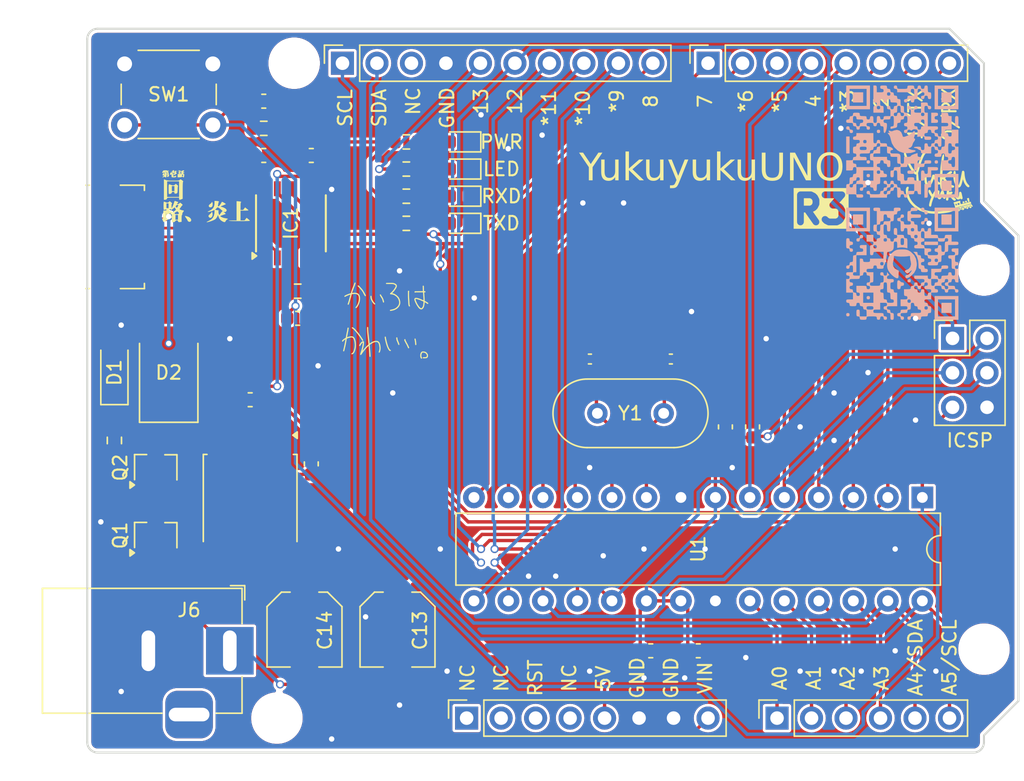
<source format=kicad_pcb>
(kicad_pcb (version 20240108) (generator "pcbnew") (generator_version "8.0")
  (title_block (date "mar. 31 mars 2015"))
  (layers (0 "F.Cu" signal) (31 "B.Cu" signal) (34 "B.Paste" user) (35 "F.Paste" user) (36 "B.SilkS" user "B.Silkscreen") (37 "F.SilkS" user "F.Silkscreen") (38 "B.Mask" user) (39 "F.Mask" user) (44 "Edge.Cuts" user))
  (net 0 "")
  (net 1 "GND")
  (net 3 "+5V")
  (net 4 "/IOREF")
  (net 5 "/A0")
  (net 6 "/A1")
  (net 7 "/A2")
  (net 8 "/A3")
  (net 9 "/SDA{slash}A4")
  (net 10 "/SCL{slash}A5")
  (net 11 "/13")
  (net 12 "/12")
  (net 13 "/AREF")
  (net 14 "/8")
  (net 15 "/7")
  (net 16 "/*11")
  (net 17 "/*10")
  (net 18 "/*9")
  (net 19 "/4")
  (net 20 "/2")
  (net 21 "/*6")
  (net 22 "/*5")
  (net 23 "/TX{slash}1")
  (net 24 "/*3")
  (net 25 "/RX{slash}0")
  (net 26 "+3V3")
  (net 27 "VCC")
  (net 28 "/~{RESET}")
  (net 29 "Net-(D6-A)")
  (net 30 "Net-(D5-A)")
  (net 31 "Net-(D4-A)")
  (net 32 "/Reset")
  (net 33 "Net-(D3-A)")
  (net 34 "Net-(D1-K)")
  (net 35 "/~{DTR}")
  (net 36 "Net-(Q2-S)")
  (net 38 "/UD+")
  (net 39 "Net-(IC1-V3)")
  (net 41 "/UD-")
  (net 42 "/XTAL1")
  (net 43 "/XTAL2")
  (net 44 "Net-(Q1-D)")
  (net 45 "VBUS")
  (footprint "Connector_PinSocket_2.54mm:PinSocket_1x08_P2.54mm_Vertical" (layer "F.Cu") (at 127.94 97.46 90)
    (property "Reference" "J1" (hide yes))
    (property "Value" "Power")
  )
  (footprint "Connector_PinSocket_2.54mm:PinSocket_1x06_P2.54mm_Vertical" (layer "F.Cu") (at 150.8 97.46 90)
    (property "Reference" "J3" (hide yes))
    (property "Value" "Analog")
  )
  (footprint "Connector_PinSocket_2.54mm:PinSocket_1x10_P2.54mm_Vertical" (layer "F.Cu") (at 118.796 49.2 90)
    (property "Reference" "J2" (hide yes))
    (property "Value" "Digital/PWM")
  )
  (footprint "Connector_PinSocket_2.54mm:PinSocket_1x08_P2.54mm_Vertical" (layer "F.Cu") (at 145.72 49.2 90)
    (property "Reference" "J4" (hide yes))
    (property "Value" "Digital/PWM")
  )
  (footprint "Resistor_SMD:R_0603_1608Metric" (layer "F.Cu") (at 123.5 61)
    (property "Reference" "R5" (hide yes))
    (property "Value" "1k" (hide yes))
  )
  (footprint "Connector_USB:USB_Micro-B_Molex_47346-0001" (layer "F.Cu") (at 102.5 62 -90)
    (property "Reference" "J5" (hide yes))
    (property "Value" "USB_B_Micro")
  )
  (footprint "Resistor_SMD:R_0603_1608Metric" (layer "F.Cu") (at 113 54 180)
    (property "Reference" "R8" (hide yes))
    (property "Value" "10k")
  )
  (footprint "Resistor_SMD:R_0603_1608Metric" (layer "F.Cu") (at 102 77 -90)
    (property "Reference" "R1" (hide yes))
    (property "Value" "10k")
  )
  (footprint "Logo:Kairohakawaii" (layer "F.Cu") (at 122 68)
    (property "Reference" "G***" (hide yes))
    (property "Value" "LOGO" (hide yes))
  )
  (footprint "Capacitor_SMD:C_Elec_5x5.4" (layer "F.Cu") (at 122.85 90.9375 -90)
    (property "Reference" "C13")
    (property "Value" "10uF")
  )
  (footprint "Capacitor_SMD:C_0603_1608Metric" (layer "F.Cu") (at 141.5 92.5)
    (property "Reference" "C7" (hide yes))
    (property "Value" "0.1uF")
  )
  (footprint "LED_SMD:LED_0603_1608Metric" (layer "F.Cu") (at 127.5 61 180)
    (property "Reference" "D6" (hide yes))
    (property "Value" "LED" (hide yes))
  )
  (footprint "Connector_BarrelJack:BarrelJack_Horizontal" (layer "F.Cu") (at 110.5 92.5)
    (property "Reference" "J6")
    (property "Value" "Barrel_Jack_Switch")
  )
  (footprint "Resistor_SMD:R_0603_1608Metric" (layer "F.Cu") (at 123.5 55)
    (property "Reference" "R2" (hide yes))
    (property "Value" "10k" (hide yes))
  )
  (footprint "Package_SO:SSOP-10_3.9x4.9mm_P1.00mm" (layer "F.Cu") (at 115 61 90)
    (property "Reference" "IC1")
    (property "Value" "~")
  )
  (footprint "LED_SMD:LED_0603_1608Metric" (layer "F.Cu") (at 127.5 55 180)
    (property "Reference" "D3" (hide yes))
    (property "Value" "LED" (hide yes))
  )
  (footprint "Diode_SMD:D_SOD-123" (layer "F.Cu") (at 102 72 90)
    (property "Reference" "D1")
    (property "Value" "1N4148W")
  )
  (footprint "Capacitor_SMD:C_0603_1608Metric" (layer "F.Cu") (at 116.5 78.725 90)
    (property "Reference" "C4" (hide yes))
    (property "Value" "22uF")
  )
  (footprint "Diode_SMD:D_SMB" (layer "F.Cu") (at 106 72 90)
    (property "Reference" "D2")
    (property "Value" "SK54")
  )
  (footprint "Capacitor_SMD:C_Elec_5x5.4" (layer "F.Cu") (at 116 90.9375 -90)
    (property "Reference" "C14")
    (property "Value" "10uF")
  )
  (footprint "Capacitor_SMD:C_0402_1005Metric" (layer "F.Cu") (at 142.98 71)
    (property "Reference" "C8" (hide yes))
    (property "Value" "18pF")
  )
  (footprint "Package_TO_SOT_SMD:TSOT-23" (layer "F.Cu") (at 105.025 84 90)
    (property "Reference" "Q1")
    (property "Value" "AO3401A")
  )
  (footprint "Capacitor_SMD:C_0603_1608Metric" (layer "F.Cu") (at 149 76 90)
    (property "Reference" "C5" (hide yes))
    (property "Value" "10uF")
  )
  (footprint "Arduino_MountingHole:MountingHole_3.2mm" (layer "F.Cu") (at 115.24 49.2)
    (property "Reference" "MH1" (hide yes))
    (property "Value" "MountingHole_3.2mm" (hide yes))
  )
  (footprint "Package_TO_SOT_SMD:TO-252-2" (layer "F.Cu") (at 111.9975 81.34 -90)
    (property "Reference" "U2" (hide yes))
    (property "Value" "AZ1117-5.0")
  )
  (footprint "Logo:Yukuyuku" (layer "F.Cu") (at 162.5 57.5)
    (property "Reference" "G***" (hide yes))
    (property "Value" "LOGO" (hide yes))
  )
  (footprint "Capacitor_SMD:C_0603_1608Metric" (layer "F.Cu") (at 116.5 56 180)
    (property "Reference" "C1" (hide yes))
    (property "Value" "0.1uF")
  )
  (footprint "Capacitor_SMD:C_0603_1608Metric" (layer "F.Cu") (at 112 74)
    (property "Reference" "C3" (hide yes))
    (property "Value" "10uF")
  )
  (footprint "LED_SMD:LED_0603_1608Metric" (layer "F.Cu") (at 127.5 59 180)
    (property "Reference" "D5" (hide yes))
    (property "Value" "LED" (hide yes))
  )
  (footprint "Capacitor_SMD:C_0603_1608Metric" (layer "F.Cu") (at 145 92.5)
    (property "Reference" "C6" (hide yes))
    (property "Value" "0.1uF")
  )
  (footprint "LED_SMD:LED_0603_1608Metric" (layer "F.Cu") (at 127.5 57 180)
    (property "Reference" "D4" (hide yes))
    (property "Value" "LED" (hide yes))
  )
  (footprint "Package_TO_SOT_SMD:TSOT-23" (layer "F.Cu") (at 105.025 79 90)
    (property "Reference" "Q2")
    (property "Value" "AO3401A")
  )
  (footprint "Capacitor_SMD:C_0603_1608Metric" (layer "F.Cu") (at 113 52)
    (property "Reference" "C10" (hide yes))
    (property "Value" "0.1uF")
  )
  (footprint "Capacitor_SMD:C_0603_1608Metric" (layer "F.Cu") (at 147 76 90)
    (property "Reference" "C12" (hide yes))
    (property "Value" "0.1uF")
  )
  (footprint "Capacitor_SMD:C_0603_1608Metric" (layer "F.Cu") (at 115.5 68 180)
    (property "Reference" "C11" (hide yes))
    (property "Value" "0.1uF")
  )
  (footprint "Package_DIP:DIP-28_W7.62mm" (layer "F.Cu") (at 161.5 81.2 -90)
    (property "Reference" "U1")
    (property "Value" "ATmega328P-P")
  )
  (footprint "Button_Switch_THT:SW_PUSH_6mm" (layer "F.Cu") (at 102.75 49.25)
    (property "Reference" "SW1")
    (property "Value" "SW_Push")
  )
  (footprint "Resistor_SMD:R_0603_1608Metric" (layer "F.Cu") (at 123.5 57)
    (property "Reference" "R3" (hide yes))
    (property "Value" "10k" (hide yes))
  )
  (footprint "Capacitor_SMD:C_0603_1608Metric" (layer "F.Cu") (at 113 56)
    (property "Reference" "C2" (hide yes))
    (property "Value" "0.1uF")
  )
  (footprint "Resistor_SMD:R_0603_1608Metric" (layer "F.Cu") (at 115.5 66 180)
    (property "Reference" "R9" (hide yes))
    (property "Value" "1k")
  )
  (footprint "Crystal:Crystal_HC49-4H_Vertical" (layer "F.Cu") (at 142.45 75 180)
    (property "Reference" "Y1")
    (property "Value" "16MHz")
  )
  (footprint "Arduino_MountingHole:MountingHole_3.2mm" (layer "F.Cu") (at 113.97 97.46)
    (property "Reference" "MH2" (hide yes))
    (property "Value" "MountingHole_3.2mm" (hide yes))
  )
  (footprint "Logo:Kairo_Enzyou" (layer "F.Cu") (at 109 59)
    (property "Reference" "G***" (hide yes))
    (property "Value" "LOGO" (hide yes))
  )
  (footprint "Connector_PinHeader_2.54mm:PinHeader_2x03_P2.54mm_Vertical" (layer "F.Cu") (at 163.725 69.475)
    (property "Reference" "J7" (hide yes))
    (property "Value" "ICSP")
  )
  (footprint "Arduino_MountingHole:MountingHole_3.2mm" (layer "F.Cu") (at 166.04 64.44)
    (property "Reference" "MH3" (hide yes))
    (property "Value" "MountingHole_3.2mm" (hide yes))
  )
  (footprint "Arduino_MountingHole:MountingHole_3.2mm" (layer "F.Cu") (at 166.04 92.38)
    (property "Reference" "MH4" (hide yes))
    (property "Value" "MountingHole_3.2mm" (hide yes))
  )
  (footprint "Capacitor_SMD:C_0402_1005Metric" (layer "F.Cu") (at 137.02 71 180)
    (property "Reference" "C9" (hide yes))
    (property "Value" "18pF")
  )
  (footprint "Resistor_SMD:R_0603_1608Metric" (layer "F.Cu") (at 123.5 59)
    (property "Reference" "R4" (hide yes))
    (property "Value" "1k" (hide yes))
  )
  (footprint "Logo:QR_GitHub" (layer "B.Cu") (at 160 64 180)
    (property "Reference" "G***" (hide yes))
    (property "Value" "LOGO" (hide yes))
  )
  (footprint "Logo:QR_Twitter" (layer "B.Cu") (at 160 55 180)
    (property "Reference" "G***" (hide yes))
    (property "Value" "LOGO" (hide yes))
  )
  (gr_line (start 166.04 59.36) (end 168.58 61.9) (stroke (width 0.15)) (layer "Edge.Cuts"))
  (gr_line (start 100 99.238) (end 100 47.422) (stroke (width 0.15)) (layer "Edge.Cuts"))
  (gr_line (start 168.58 61.9) (end 168.58 96.19) (stroke (width 0.15)) (layer "Edge.Cuts"))
  (gr_line (start 165.278 100) (end 100.762 100) (stroke (width 0.15)) (layer "Edge.Cuts"))
  (gr_line (start 100.762 46.66) (end 163.5 46.66) (stroke (width 0.15)) (layer "Edge.Cuts"))
  (gr_arc (start 100.762 100) (mid 100.223185 99.776815) (end 100 99.238) (stroke (width 0.15)) (layer "Edge.Cuts"))
  (gr_line (start 168.58 96.19) (end 166.04 98.73) (stroke (width 0.15)) (layer "Edge.Cuts"))
  (gr_line (start 163.5 46.66) (end 166.04 49.2) (stroke (width 0.15)) (layer "Edge.Cuts"))
  (gr_arc (start 166.04 99.238) (mid 165.816815 99.776815) (end 165.278 100) (stroke (width 0.15)) (layer "Edge.Cuts"))
  (gr_line (start 166.04 49.2) (end 166.04 59.36) (stroke (width 0.15)) (layer "Edge.Cuts"))
  (gr_line (start 166.04 98.73) (end 166.04 99.238) (stroke (width 0.15)) (layer "Edge.Cuts"))
  (gr_arc (start 100 47.422) (mid 100.223185 46.883185) (end 100.762 46.66) (stroke (width 0.15)) (layer "Edge.Cuts"))
  (gr_text "GND" (at 143 94.5 90) (layer "F.SilkS") (effects (font (size 1 1))))
  (gr_text "A4/SDA" (at 161 93 90) (layer "F.SilkS") (effects (font (size 1 1))))
  (gr_text "GND" (at 140.5 94.5 90) (layer "F.SilkS") (effects (font (size 1 1))))
  (gr_text "12" (at 131.5 52 90) (layer "F.SilkS") (effects (font (size 1 1))))
  (gr_text "A1" (at 153.5 94.5 90) (layer "F.SilkS") (effects (font (size 1 1))))
  (gr_text "SDA" (at 121.5 52.5 90) (layer "F.SilkS") (effects (font (size 1 1))))
  (gr_text "R3" (at 154 60 0) (layer "F.SilkS" knockout) (effects (font (size 2 2) (thickness 0.5) (bold yes))))
  (gr_text "7" (at 145.5 52 90) (layer "F.SilkS") (effects (font (size 1 1))))
  (gr_text "NC" (at 128 94.5 90) (layer "F.SilkS") (effects (font (size 1 1))))
  (gr_text "YukuyukuUNO" (at 146 57 0) (layer "F.SilkS") (effects (font (size 2 2))))
  (gr_text "NC" (at 135.5 94.5 90) (layer "F.SilkS") (effects (font (size 1 1))))
  (gr_text "LED" (at 130.5 57 0) (layer "F.SilkS") (effects (font (size 1 1))))
  (gr_text "*5" (at 151 52 90) (layer "F.SilkS") (effects (font (size 1 1))))
  (gr_text "2" (at 158.5 52 90) (layer "F.SilkS") (effects (font (size 1 1))))
  (gr_text "GND" (at 126.5 52.5 90) (layer "F.SilkS") (effects (font (size 1 1))))
  (gr_text "1/TX" (at 161 53 90) (layer "F.SilkS") (effects (font (size 1 1))))
  (gr_text "A5/SCL" (at 163.5 93 90) (layer "F.SilkS") (effects (font (size 1 1))))
  (gr_text "*3" (at 156 52 90) (layer "F.SilkS") (effects (font (size 1 1))))
  (gr_text "5V" (at 138 94.5 90) (layer "F.SilkS") (effects (font (size 1 1))))
  (gr_text "4" (at 153.5 52 90) (layer "F.SilkS") (effects (font (size 1 1))))
  (gr_text "A3" (at 158.5 94.5 90) (layer "F.SilkS") (effects (font (size 1 1))))
  (gr_text "ICSP" (at 165 77 0) (layer "F.SilkS") (effects (font (size 1 1))))
  (gr_text "TXD" (at 130.5 61 0) (layer "F.SilkS") (effects (font (size 1 1))))
  (gr_text "13" (at 129 52 90) (layer "F.SilkS") (effects (font (size 1 1))))
  (gr_text "*11" (at 134 52.5 90) (layer "F.SilkS") (effects (font (size 1 1))))
  (gr_text "*10" (at 136.5 52.5 90) (layer "F.SilkS") (effects (font (size 1 1))))
  (gr_text "A0" (at 151 94.5 90) (layer "F.SilkS") (effects (font (size 1 1))))
  (gr_text "PWR" (at 130.5 55 0) (layer "F.SilkS") (effects (font (size 1 1))))
  (gr_text "RXD" (at 130.5 59 0) (layer "F.SilkS") (effects (font (size 1 1))))
  (gr_text "VIN" (at 145.5 94.5 90) (layer "F.SilkS") (effects (font (size 1 1))))
  (gr_text "A2" (at 156 94.5 90) (layer "F.SilkS") (effects (font (size 1 1))))
  (gr_text "NC" (at 130.5 94.5 90) (layer "F.SilkS") (effects (font (size 1 1))))
  (gr_text "SCL" (at 119 52.5 90) (layer "F.SilkS") (effects (font (size 1 1))))
  (gr_text "8" (at 141.5 52 90) (layer "F.SilkS") (effects (font (size 1 1))))
  (gr_text "*6" (at 148.5 52 90) (layer "F.SilkS") (effects (font (size 1 1))))
  (gr_text "0/RX" (at 163.5 53 90) (layer "F.SilkS") (effects (font (size 1 1))))
  (gr_text "NC" (at 124 52 90) (layer "F.SilkS") (effects (font (size 1 1))))
  (gr_text "RST" (at 133 94.5 90) (layer "F.SilkS") (effects (font (size 1 1))))
  (gr_text "*9" (at 139 52 90) (layer "F.SilkS") (effects (font (size 1 1))))
  (segment (start 102.188 59.5125) (end 101.3 58.625) (width 0.25) (layer "F.Cu") (net 1))
  (segment (start 128.288 54.0357) (end 128.288 51.0715) (width 0.25) (layer "F.Cu") (net 1))
  (segment (start 145.775 94.865) (end 143.18 97.46) (width 0.25) (layer "F.Cu") (net 1))
  (segment (start 116 93) (end 114 93) (width 0.25) (layer "F.Cu") (net 1))
  (segment (start 108.772 79.4049) (end 108.772 86.7725) (width 0.25) (layer "F.Cu") (net 1))
  (segment (start 115.928 77.95) (end 114.278 76.3) (width 0.25) (layer "F.Cu") (net 1))
  (segment (start 143.46 71.46) (end 143.46 71) (width 0.25) (layer "F.Cu") (net 1))
  (segment (start 103.875 59.5125) (end 105.361 59.5125) (width 0.25) (layer "F.Cu") (net 1))
  (segment (start 128.288 51.0715) (end 128.2022 50.9857) (width 0.25) (layer "F.Cu") (net 1))
  (segment (start 103.875 63.385) (end 103.96 63.3) (width 0.25) (layer "F.Cu") (net 1))
  (segment (start 140.64 97.46) (end 143.18 97.46) (width 0.25) (layer "F.Cu") (net 1))
  (segment (start 122.85 94.6277) (end 122.85 93) (width 0.25) (layer "F.Cu") (net 1))
  (segment (start 128.288 54.0357) (end 128.2875 54.0362) (width 0.25) (layer "F.Cu") (net 1))
  (segment (start 102 77.825) (end 102 90) (width 0.25) (layer "F.Cu") (net 1))
  (segment (start 101.3 50.7) (end 101.3 58.625) (width 0.25) (layer "F.Cu") (net 1))
  (segment (start 107 95) (end 104.5 92.5) (width 0.25) (layer "F.Cu") (net 1))
  (segment (start 142.44 85) (end 141 85) (width 0.25) (layer "F.Cu") (net 1))
  (segment (start 114.278 76.3) (end 114.2775 76.3) (width 0.25) (layer "F.Cu") (net 1))
  (segment (start 101.3 60.85) (end 101.3 63.55) (width 0.25) (layer "F.Cu") (net 1))
  (segment (start 112.975 55.2) (end 113 55.225) (width 0.25) (layer "F.Cu") (net 1))
  (segment (start 101.3 65.375) (end 101.375 65.375) (width 0.25) (layer "F.Cu") (net 1))
  (segment (start 113.775 56) (end 115.725 56) (width 0.25) (layer "F.Cu") (net 1))
  (segment (start 109.674 55.2) (end 112.975 55.2) (width 0.25) (layer "F.Cu") (net 1))
  (segment (start 109.25 49.25) (end 111.025 49.25) (width 0.25) (layer "F.Cu") (net 1))
  (segment (start 111.877 76.3) (end 108.772 79.4049) (width 0.25) (layer "F.Cu") (net 1))
  (segment (start 113 55.225) (end 113.775 56) (width 0.25) (layer "F.Cu") (net 1))
  (segment (start 143.72 78.505) (end 147 75.225) (width 0.25) (layer "F.Cu") (net 1))
  (segment (start 136.865 70.365) (end 142.865 70.365) (width 0.25) (layer "F.Cu") (net 1))
  (segment (start 143.46 70.96) (end 143.46 71) (width 0.25) (layer "F.Cu") (net 1))
  (segment (start 116.5 77.95) (end 115.928 77.95) (width 0.25) (layer "F.Cu") (net 1))
  (segment (start 142.275 95.825) (end 141.4575 96.6425) (width 0.25) (layer "F.Cu") (net 1))
  (segment (start 116 93) (end 122.85 93) (width 0.25) (layer "F.Cu") (net 1))
  (segment (start 112.575 94.425) (end 112 95) (width 0.25) (layer "F.Cu") (net 1))
  (segment (start 128.2022 50.9857) (end 128.2022 50.9858) (width 0.25) (layer "F.Cu") (net 1))
  (segment (start 113 52.775) (end 113 55.225) (width 0.25) (layer "F.Cu") (net 1))
  (segment (start 136.54 70.69) (end 136.865 70.365) (width 0.25) (layer "F.Cu") (net 1))
  (segment (start 145.775 92.5) (end 145.775 94.865) (width 0.25) (layer "F.Cu") (net 1))
  (segment (start 109.25 49.25) (end 102.75 49.25) (width 0.25) (layer "F.Cu") (net 1))
  (segment (start 101.3 63.55) (end 101.3 65.375) (width 0.25) (layer "F.Cu") (net 1))
  (segment (start 126.859 98.6367) (end 122.85 94.6277) (width 0.25) (layer "F.Cu") (net 1))
  (segment (start 101.3 58.625) (end 101.3 60.85) (width 0.25) (layer "F.Cu") (net 1))
  (segment (start 145.775 92.5) (end 145.775 89.305) (width 0.25) (layer "F.Cu") (net 1))
  (segment (start 111.025 49.25) (end 113.775 52) (width 0.25) (layer "F.Cu") (net 1))
  (segment (start 114.2775 76.3) (end 111.877 76.3) (width 0.25) (layer "F.Cu") (net 1))
  (segment (start 147 75.225) (end 147 75) (width 0.25) (layer "F.Cu") (net 1))
  (segment (start 101.075 76.9) (end 101.075 65.6) (width 0.25) (layer "F.Cu") (net 1))
  (segment (start 114.1257 51.6493) (end 113.775 52) (width 0.25) (layer "F.Cu") (net 1))
  (segment (start 102 90) (end 104.5 92.5) (width 0.25) (layer "F.Cu") (net 1))
  (segment (start 112.775 74) (end 112.775 74.7975) (width 0.25) (layer "F.Cu") (net 1))
  (segment (start 128.2875 54.0362) (end 128.2875 55) (width 0.25) (layer "F.Cu") (net 1))
  (segment (start 126.859 98.6367) (end 139.4633 98.6367) (width 0.25) (layer "F.Cu") (net 1))
  (segment (start 128.2875 55) (end 128.2875 57) (width 0.25) (layer "F.Cu") (net 1))
  (segment (start 101.075 65.6) (end 101.3 65.375) (width 0.25) (layer "F.Cu") (net 1))
  (segment (start 117.9524 51.6493) (end 114.1257 51.6493) (width 0.25) (layer "F.Cu") (net 1))
  (segment (start 112.575 90.575) (end 112.575 94.425) (width 0.25) (layer "F.Cu") (net 1))
  (segment (start 145.775 89.305) (end 146.26 88.82) (width 0.25) (layer "F.Cu") (net 1))
  (segment (start 149 75.225) (end 147 75.225) (width 0.25) (layer "F.Cu") (net 1))
  (segment (start 136.54 71) (end 136.54 70.69) (width 0.25) (layer "F.Cu") (net 1))
  (segment (start 146.26 88.82) (end 142.44 85) (width 0.25) (layer "F.Cu") (net 1))
  (segment (start 139.4633 98.6367) (end 140.64 97.46) (width 0.25) (layer "F.Cu") (net 1))
  (segment (start 102 77.825) (end 101.075 76.9) (width 0.25) (layer "F.Cu") (net 1))
  (segment (start 141.4575 96.6425) (end 140.64 97.46) (width 0.25) (layer "F.Cu") (net 1))
  (segment (start 128.288 57) (end 128.288 54.0357) (width 0.25) (layer "F.Cu") (net 1))
  (segment (start 147 75) (end 143.46 71.46) (width 0.25) (layer "F.Cu") (net 1))
  (segment (start 118.4765 51.1252) (end 117.9524 51.6493) (width 0.25) (layer "F.Cu") (net 1))
  (segment (start 103.875 64.4875) (end 103.875 63.385) (width 0.25) (layer "F.Cu") (net 1))
  (segment (start 108.772 86.7725) (end 112.575 90.575) (width 0.25) (layer "F.Cu") (net 1))
  (segment (start 101.375 65.375) (end 102.262 64.4875) (width 0.25) (layer "F.Cu") (net 1))
  (segment (start 143.72 81.2) (end 143.72 78.505) (width 0.25) (layer "F.Cu") (net 1))
  (segment (start 105.361 59.5125) (end 109.674 55.2) (width 0.25) (layer "F.Cu") (net 1))
  (segment (start 114.675 63.875) (end 115 63.55) (width 0.25) (layer "F.Cu") (net 1))
  (segment (start 113 55.225) (end 113.775 56) (width 0.25) (layer "F.Cu") (net 1))
  (segment (start 114.675 66) (end 114.675 63.875) (width 0.25) (layer "F.Cu") (net 1))
  (segment (start 114 93) (end 112.575 94.425) (width 0.25) (layer "F.Cu") (net 1))
  (segment (start 103.875 59.5125) (end 102.188 59.5125) (width 0.25) (layer "F.Cu") (net 1))
  (segment (start 114.675 66) (end 105.388 66) (width 0.25) (layer "F.Cu") (net 1))
  (segment (start 142.865 70.365) (end 143.46 70.96) (width 0.25) (layer "F.Cu") (net 1))
  (segment (start 105.388 66) (end 103.875 64.4875) (width 0.25) (layer "F.Cu") (net 1))
  (segment (start 102.262 64.4875) (end 103.875 64.4875) (width 0.25) (layer "F.Cu") (net 1))
  (segment (start 128.0628 51.1252) (end 118.4765 51.1252) (width 0.25) (layer "F.Cu") (net 1))
  (segment (start 113.775 52) (end 113 52.775) (width 0.25) (layer "F.Cu") (net 1))
  (segment (start 112 95) (end 107 95) (width 0.25) (layer "F.Cu") (net 1))
  (segment (start 142.275 92.5) (end 142.275 95.825) (width 0.25) (layer "F.Cu") (net 1))
  (segment (start 112.775 74.7975) (end 114.278 76.3) (width 0.25) (layer "F.Cu") (net 1))
  (segment (start 102.75 49.25) (end 101.3 50.7) (width 0.25) (layer "F.Cu") (net 1))
  (segment (start 128.2022 50.9858) (end 128.0628 51.1252) (width 0.25) (layer "F.Cu") (net 1))
  (segment (start 128.2022 50.9857) (end 126.416 49.2) (width 0.25) (layer "F.Cu") (net 1))
  (via (at 157.5 58) (size 0.6) (drill 0.4) (layers "F.Cu" "B.Cu") (net 1))
  (via (at 120.5 90) (size 0.6) (drill 0.4) (layers "F.Cu" "B.Cu") (net 1))
  (via (at 141 85) (size 0.6) (drill 0.4) (layers "F.Cu" "B.Cu") (net 1))
  (via (at 136.5 59.5) (size 0.6) (drill 0.4) (layers "F.Cu" "B.Cu") (net 1))
  (via (at 152.5 94) (size 0.6) (drill 0.4) (layers "F.Cu" "B.Cu") (net 1))
  (via (at 155 94) (size 0.6) (drill 0.4) (layers "F.Cu" "B.Cu") (net 1))
  (via (at 129 53) (size 0.6) (drill 0.4) (layers "F.Cu" "B.Cu") (net 1))
  (via (at 157 94) (size 0.6) (drill 0.4) (layers "F.Cu" "B.Cu") (net 1))
  (via (at 144.5 67.5) (size 0.6) (drill 0.4) (layers "F.Cu" "B.Cu") (net 1))
  (via (at 131 55.5) (size 0.6) (drill 0.4) (layers "F.Cu" "B.Cu") (net 1))
  (via (at 102.5 68.5) (size 0.6) (drill 0.4) (layers "F.Cu" "B.Cu") (net 1))
  (via (at 128.5 66.5) (size 0.6) (drill 0.4) (layers "F.Cu" "B.Cu") (net 1))
  (via (at 139.5 59.5) (size 0.6) (drill 0.4) (layers "F.Cu" "B.Cu") (net 1))
  (via (at 126.5 94) (size 0.6) (drill 0.4) (layers "F.Cu" "B.Cu") (net 1))
  (via (at 123 64.5) (size 0.6) (drill 0.4) (layers "F.Cu" "B.Cu") (net 1))
  (via (at 132.5 87) (size 0.6) (drill 0.4) (layers "F.Cu" "B.Cu") (net 1))
  (via (at 152.5 76) (size 0.6) (drill 0.4) (layers "F.Cu" "B.Cu") (net 1))
  (via (at 157.5 72) (size 0.6) (drill 0.4) (layers "F.Cu" "B.Cu") (net 1))
  (via (at 133.5 54.5) (size 0.6) (drill 0.4) (layers "F.Cu" "B.Cu") (net 1))
  (via (at 134.5 87) (size 0.6) (drill 0.4) (layers "F.Cu" "B.Cu") (net 1))
  (via (at 118 58.5) (size 0.6) (drill 0.4) (layers "F.Cu" "B.Cu") (net 1))
  (via (at 118 99) (size 0.6) (drill 0.4) (layers "F.Cu" "B.Cu") (net 1))
  (via (at 101 83) (size 0.6) (drill 0.4) (layers "F.Cu" "B.Cu") (net 1))
  (via (at 144 94.5) (size 0.6) (drill 0.4) (layers "F.Cu" "B.Cu") (net 1))
  (via (at 162.5 94) (size 0.6) (drill 0.4) (layers "F.Cu" "B.Cu") (net 1))
  (via (at 118.5 85) (size 0.6) (drill 0.4) (layers "F.Cu" "B.Cu") (net 1))
  (via (at 102.5 95.5) (size 0.6) (drill 0.4) (layers "F.Cu" "B.Cu") (net 1))
  (via (at 147.5 79) (size 0.6) (drill 0.4) (layers "F.Cu" "B.Cu") (net 1))
  (via (at 141 94.5) (size 0.6) (drill 0.4) (layers "F.Cu" "B.Cu") (net 1))
  (via (at 137 94) (size 0.6) (drill 0.4) (layers "F.Cu" "B.Cu") (net 1))
  (via (at 162 61) (size 0.6) (drill 0.4) (layers "F.Cu" "B.Cu") (net 1))
  (via (at 161 68) (size 0.6) (drill 0.4) (layers "F.Cu" "B.Cu") (net 1))
  (via (at 155 77) (size 0.6) (drill 0.4) (layers "F.Cu" "B.Cu") (net 1))
  (via (at 155.5 54) (size 0.6) (drill 0.4) (layers "F.Cu" "B.Cu") (net 1))
  (via (at 123 96.5) (size 0.6) (drill 0.4) (layers "F.Cu" "B.Cu") (net 1))
  (via (at 159.5 85) (size 0.6) (drill 0.4) (layers "F.Cu" "B.Cu") (net 1))
  (via (at 150 69.5) (size 0.6) (drill 0.4) (layers "F.Cu" "B.Cu") (net 1))
  (via (at 155 73.5) (size 0.6) (drill 0.4) (layers "F.Cu" "B.Cu") (net 1))
  (via (at 126 85) (size 0.6) (drill 0.4) (layers "F.Cu" "B.Cu") (net 1))
  (via (at 137 79) (size 0.6) (drill 0.4) (layers "F.Cu" "B.Cu") (net 1))
  (via (at 110.5 69.5) (size 0.6) (drill 0.4) (layers "F.Cu" "B.Cu") (net 1))
  (via (at 122.5 73.5) (size 0.6) (drill 0.4) (layers "F.Cu" "B.Cu") (net 1))
  (via (at 117 71.5) (size 0.6) (drill 0.4) (layers "F.Cu" "B.Cu") (net 1))
  (via (at 148.5 93) (size 0.6) (drill 0.4) (layers "F.Cu" "B.Cu") (net 1))
  (via (at 161 75.5) (size 0.6) (drill 0.4) (layers "F.Cu" "B.Cu") (net 1))
  (via (at 145.5 85) (size 0.6) (drill 0.4) (layers "F.Cu" "B.Cu") (net 1))
  (via (at 138 85.5) (size 0.6) (drill 0.4) (layers "F.Cu" "B.Cu") (net 1))
  (via (at 159.5 92.5) (size 0.6) (drill 0.4) (layers "F.Cu" "B.Cu") (net 1))
  (segment (start 162.135 94.365) (end 162.5 94) (width 0.25) (layer "B.Cu") (net 1))
  (segment (start 162.5 94) (end 162.135 93.635) (width 0.25) (layer "B.Cu") (net 1))
  (segment (start 166.265 88.735) (end 166.265 74.555) (width 0.25) (layer "B.Cu") (net 1))
  (segment (start 142.279 99.099) (end 160.982701 99.099) (width 0.25) (layer "B.Cu") (net 1))
  (segment (start 141 83.92) (end 143.72 81.2) (width 0.25) (layer "B.Cu") (net 1))
  (segment (start 160.982701 99.099) (end 162.135 97.946701) (width 0.25) (layer "B.Cu") (net 1))
  (segment (start 162.135 97.946701) (end 162.135 94.365) (width 0.25) (layer "B.Cu") (net 1))
  (segment (start 162.135 93.635) (end 162.135 92.865) (width 0.25) (layer "B.Cu") (net 1))
  (segment (start 141 85) (end 141 83.92) (width 0.25) (layer "B.Cu") (net 1))
  (segment (start 162.135 92.865) (end 166.265 88.735) (width 0.25) (layer "B.Cu") (net 1))
  (segment (start 140.64 97.46) (end 142.279 99.099) (width 0.25) (layer "B.Cu") (net 1))
  (segment (start 122.675 59) (end 122.675 61) (width 0.25) (layer "F.Cu") (net 3))
  (segment (start 115.098 79.5) (end 116.5 79.5) (width 0.25) (layer "F.Cu") (net 3))
  (segment (start 106.95 73.2) (end 113.234 73.2) (width 0.25) (layer "F.Cu") (net 3))
  (segment (start 113.548 81.05) (end 113.5475 81.05) (width 0.25) (layer "F.Cu") (net 3))
  (segment (start 117.275 56) (end 117.5 56) (width 0.25) (layer "F.Cu") (net 3))
  (segment (start 111.9975 84.275) (end 113.5225 84.275) (width 0.25) (layer "F.Cu") (net 3))
  (segment (start 116 57.275) (end 117.275 56) (width 0.25) (layer "F.Cu") (net 3))
  (segment (start 120.875 58.375) (end 121.5 59) (width 0.25) (layer "F.Cu") (net 3))
  (segment (start 116 88.875) (end 122.85 88.875) (width 0.25) (layer "F.Cu") (net 3))
  (segment (start 138.1 97.46) (end 138.1 95.125) (width 0.25) (layer "F.Cu") (net 3))
  (segment (start 122.275 55) (end 120.875 56.4) (width 0.25) (layer "F.Cu") (net 3))
  (segment (start 116 88.875) (end 116 86.6025) (width 0.25) (layer "F.Cu") (net 3))
  (segment (start 114.1725 80.275) (end 113.5225 80.925) (width 0.25) (layer "F.Cu") (net 3))
  (segment (start 110.4725 80.925) (end 113.5225 80.925) (width 0.25) (layer "F.Cu") (net 3))
  (segment (start 117.5 56) (end 118.5 55) (width 0.25) (layer "F.Cu") (net 3))
  (segment (start 111.9975 84.275) (end 111.9975 82.6) (width 0.25) (layer "F.Cu") (net 3))
  (segment (start 116 57.5375) (end 116 57.275) (width 0.25) (layer "F.Cu") (net 3))
  (segment (start 146.26 77.515) (end 147 76.775) (width 0.25) (layer "F.Cu") (net 3))
  (segment (start 117.3 78.7) (end 116.5 79.5) (width 0.25) (layer "F.Cu") (net 3))
  (segment (start 120.875 56.4) (end 120.875 58.375) (width 0.25) (layer "F.Cu") (net 3))
  (segment (start 116 86.6025) (end 111.9975 82.6) (width 0.25) (layer "F.Cu") (net 3))
  (segment (start 116 57.5375) (end 114.1636 57.5375) (width 0.25) (layer "F.Cu") (net 3))
  (segment (start 146.26 81.2) (end 146.26 77.515) (width 0.25) (layer "F.Cu") (net 3))
  (segment (start 111.998 82.6) (end 113.548 81.05) (width 0.25) (layer "F.Cu") (net 3))
  (segment (start 129.5 92.5) (end 140.725 92.5) (width 0.25) (layer "F.Cu") (net 3))
  (segment (start 144.225 92.5) (end 144.225 89.325) (width 0.25) (layer "F.Cu") (net 3))
  (segment (start 115.275 54) (end 117.275 56) (width 0.25) (layer "F.Cu") (net 3))
  (segment (start 113.234 73.2) (end 117.3 77.2659) (width 0.25) (layer "F.Cu") (net 3))
  (segment (start 122.675 55) (end 122.275 55) (width 0.25) (layer "F.Cu") (net 3))
  (segment (start 106 74.15) (end 106.95 73.2) (width 0.25) (layer "F.Cu") (net 3))
  (segment (start 140.725 89.275) (end 141.18 88.82) (width 0.25) (layer "F.Cu") (net 3))
  (segment (start 113.234 73.2) (end 113.4269 73.0071) (width 0.25) (layer "F.Cu") (net 3))
  (segment (start 144.225 89.325) (end 143.72 88.82) (width 0.25) (layer "F.Cu") (net 3))
  (segment (start 117.3 77.2659) (end 117.3 78.7) (width 0.25) (layer "F.Cu") (net 3))
  (segment (start 121.5 59) (end 122.675 59) (width 0.25) (layer "F.Cu") (net 3))
  (segment (start 113.4269 73.0071) (end 113.9888 73.0071) (width 0.25) (layer "F.Cu") (net 3))
  (segment (start 141.18 88.82) (end 143.72 88.82) (width 0.25) (layer "F.Cu") (net 3))
  (segment (start 118.5 55) (end 122.275 55) (width 0.25) (layer "F.Cu") (net 3))
  (segment (start 113.5475 81.05) (end 111.9975 82.6) (width 0.25) (layer "F.Cu") (net 3))
  (segment (start 138.1 95.125) (end 140.725 92.5) (width 0.25) (layer "F.Cu") (net 3))
  (segment (start 113.825 54) (end 115.275 54) (width 0.25) (layer "F.Cu") (net 3))
  (segment (start 114.323 80.275) (end 114.1725 80.275) (width 0.25) (layer "F.Cu") (net 3))
  (segment (start 116 58.45) (end 116 57.5375) (width 0.25) (layer "F.Cu") (net 3))
  (segment (start 149.0763 76.6987) (end 149 76.775) (width 0.25) (layer "F.Cu") (net 3))
  (segment (start 122.275 55) (end 122.675 55) (width 0.25) (layer "F.Cu") (net 3))
  (segment (start 150.1072 76.6987) (end 149.0763 76.6987) (width 0.25) (layer "F.Cu") (net 3))
  (segment (start 114.323 80.275) (end 115.098 79.5) (width 0.25) (layer "F.Cu") (net 3))
  (segment (start 116.5 79.5) (end 129.5 92.5) (width 0.25) (layer "F.Cu") (net 3))
  (segment (start 140.725 92.5) (end 140.725 89.275) (width 0.25) (layer "F.Cu") (net 3))
  (segment (start 147 76.775) (end 149 76.775) (width 0.25) (layer "F.Cu") (net 3))
  (segment (start 110.4725 84.275) (end 111.9975 84.275) (width 0.25) (layer "F.Cu") (net 3))
  (segment (start 113.548 81.05) (end 114.323 80.275) (width 0.25) (layer "F.Cu") (net 3))
  (segment (start 114.1636 57.5375) (end 113.9888 57.3627) (width 0.25) (layer "F.Cu") (net 3))
  (via (at 113.9888 57.3627) (size 0.6) (drill 0.4) (layers "F.Cu" "B.Cu") (net 3))
  (via (at 150.1072 76.6987) (size 0.6) (drill 0.4) (layers "F.Cu" "B.Cu") (net 3))
  (via (at 113.9888 73.0071) (size 0.6) (drill 0.4) (layers "F.Cu" "B.Cu") (net 3))
  (segment (start 156.1542 70.6517) (end 150.1072 76.6987) (width 0.25) (layer "B.Cu") (net 3))
  (segment (start 146.26 82.6133) (end 141.18 87.6933) (width 0.25) (layer "B.Cu") (net 3))
  (segment (start 165.0883 70.6517) (end 156.1542 70.6517) (width 0.25) (layer "B.Cu") (net 3))
  (segment (start 166.265 69.475) (end 165.0883 70.6517) (width 0.25) (layer "B.Cu") (net 3))
  (segment (start 113.9888 73.0071) (end 113.9888 57.3627) (width 0.25) (layer "B.Cu") (net 3))
  (segment (start 146.26 81.2) (end 146.26 82.6133) (width 0.25) (layer "B.Cu") (net 3))
  (segment (start 141.18 88.82) (end 141.18 87.6933) (width 0.25) (layer "B.Cu") (net 3))
  (segment (start 150.8 90.82) (end 148.8 88.82) (width 0.25) (layer "F.Cu") (net 5))
  (segment (start 150.8 97.46) (end 150.8 90.82) (width 0.25) (layer "F.Cu") (net 5))
  (segment (start 153.34 97.46) (end 153.34 90.82) (width 0.25) (layer "F.Cu") (net 6))
  (segment (start 153.34 90.82) (end 151.34 88.82) (width 0.25) (layer "F.Cu") (net 6))
  (segment (start 155.88 90.82) (end 153.88 88.82) (width 0.25) (layer "F.Cu") (net 7))
  (segment (start 155.88 97.46) (end 155.88 90.82) (width 0.25) (layer "F.Cu") (net 7))
  (segment (start 158.42 90.82) (end 156.42 88.82) (width 0.25) (layer "F.Cu") (net 8))
  (segment (start 158.42 97.46) (end 158.42 90.82) (width 0.25) (layer "F.Cu") (net 8))
  (segment (start 160.96 90.82) (end 158.96 88.82) (width 0.25) (layer "F.Cu") (net 9))
  (segment (start 160.96 97.46) (end 160.96 90.82) (width 0.25) (layer "F.Cu") (net 9))
  (segment (start 158.96 88.82) (end 157.3256 90.4544) (width 0.25) (layer "B.Cu") (net 9))
  (segment (start 121.336 50.3767) (end 121.336 49.2) (width 0.25) (layer "B.Cu") (net 9))
  (segment (start 120.8673 82.8578) (end 120.8673 50.8454) (width 0.25) (layer "B.Cu") (net 9))
  (segment (start 120.8673 50.8454) (end 121.336 50.3767) (width 0.25) (layer "B.Cu") (net 9))
  (segment (start 157.3256 90.4544) (end 128.4639 90.4544) (width 0.25) (layer "B.Cu") (net 9))
  (segment (start 128.4639 90.4544) (end 120.8673 82.8578) (width 0.25) (layer "B.Cu") (net 9))
  (segment (start 163.5 97.46) (end 163.5 90.82) (width 0.25) (layer "F.Cu") (net 10))
  (segment (start 163.5 90.82) (end 161.5 88.82) (width 0.25) (layer "F.Cu") (net 10))
  (segment (start 161.5 88.82) (end 158.6901 91.6299) (width 0.25) (layer "B.Cu") (net 10))
  (segment (start 119.7055 51.2862) (end 118.796 50.3767) (width 0.25) (layer "B.Cu") (net 10))
  (segment (start 119.7055 82.394) (end 119.7055 51.2862) (width 0.25) (layer "B.Cu") (net 10))
  (segment (start 118.796 50.3767) (end 118.796 49.2) (width 0.25) (layer "B.Cu") (net 10))
  (segment (start 158.6901 91.6299) (end 128.9414 91.6299) (width 0.25) (layer "B.Cu") (net 10))
  (segment (start 128.9414 91.6299) (end 119.7055 82.394) (width 0.25) (layer "B.Cu") (net 10))
  (segment (start 128.375 84.625) (end 128.375 85.375) (width 0.25) (layer "F.Cu") (net 11))
  (segment (start 129.075 83.925) (end 128.375 84.625) (width 0.25) (layer "F.Cu") (net 11))
  (segment (start 128.375 85.375) (end 129 86) (width 0.25) (layer "F.Cu") (net 11))
  (segment (start 138.64 88.82) (end 133.745 83.925) (width 0.25) (layer "F.Cu") (net 11))
  (segment (start 122.675 57) (end 121.5 57) (width 0.25) (layer "F.Cu") (net 11))
  (segment (start 133.745 83.925) (end 129.075 83.925) (width 0.25) (layer "F.Cu") (net 11))
  (via (at 129 86) (size 0.6) (drill 0.4) (layers "F.Cu" "B.Cu") (net 11))
  (via (at 121.5 57) (size 0.6) (drill 0.4) (layers "F.Cu" "B.Cu") (net 11))
  (segment (start 158.9044 72.015) (end 163.725 72.015) (width 0.25) (layer "B.Cu") (net 11))
  (segment (start 145.7884 80.0291) (end 146.7519 80.0291) (width 0.25) (layer "B.Cu") (net 11))
  (segment (start 122 56.156) (end 126.905 51.251) (width 0.25) (layer "B.Cu") (net 11))
  (segment (start 150.07 81.5943) (end 150.07 80.8494) (width 0.25) (layer "B.Cu") (net 11))
  (segment (start 126.905 83.905) (end 126.905 51.251) (width 0.25) (layer "B.Cu") (net 11))
  (segment (start 147.53 80.8072) (end 147.53 81.558) (width 0.25) (layer "B.Cu") (net 11))
  (segment (start 121.5 57) (end 122 56.5) (width 0.25) (layer "B.Cu") (net 11))
  (segment (start 144.99 80.8275) (end 145.7884 80.0291) (width 0.25) (layer "B.Cu") (net 11))
  (segment (start 138.64 88.82) (end 144.99 82.47) (width 0.25) (layer "B.Cu") (net 11))
  (segment (start 150.07 80.8494) (end 158.9044 72.015) (width 0.25) (layer "B.Cu") (net 11))
  (segment (start 147.53 81.558) (end 148.3535 82.3815) (width 0.25) (layer "B.Cu") (net 11))
  (segment (start 148.3535 82.3815) (end 149.2828 82.3815) (width 0.25) (layer "B.Cu") (net 11))
  (segment (start 126.905 51.251) (end 128.956 49.2) (width 0.25) (layer "B.Cu") (net 11))
  (segment (start 146.7519 80.0291) (end 147.53 80.8072) (width 0.25) (layer "B.Cu") (net 11))
  (segment (start 149.2828 82.3815) (end 150.07 81.5943) (width 0.25) (layer "B.Cu") (net 11))
  (segment (start 122 56.5) (end 122 56.156) (width 0.25) (layer "B.Cu") (net 11))
  (segment (start 126.905 51.251) (end 128.956 49.2) (width 0.25) (layer "B.Cu") (net 11))
  (segment (start 144.99 82.47) (end 144.99 80.8275) (width 0.25) (layer "B.Cu") (net 11))
  (segment (start 129 86) (end 126.905 83.905) (width 0.25) (layer "B.Cu") (net 11))
  (segment (start 132.78637 84.375) (end 129.625 84.375) (width 0.25) (layer "F.Cu") (net 12))
  (segment (start 136.1 88.82) (end 136.1 87.68863) (width 0.25) (layer "F.Cu") (net 12))
  (segment (start 129.625 84.375) (end 129 85) (width 0.25) (layer "F.Cu") (net 12))
  (segment (start 136.1 87.68863) (end 132.78637 84.375) (width 0.25) (layer "F.Cu") (net 12))
  (via (at 129 85) (size 0.6) (drill 0.4) (layers "F.Cu" "B.Cu") (net 12))
  (segment (start 154.61 59.1833) (end 154.61 48.7506) (width 0.25) (layer "B.Cu") (net 12))
  (segment (start 163.725 69.475) (end 163.725 68.2983) (width 0.25) (layer "B.Cu") (net 12))
  (segment (start 153.8827 48.0233) (end 132.6727 48.0233) (width 0.25) (layer "B.Cu") (net 12))
  (segment (start 127.355 53.341) (end 131.496 49.2) (width 0.25) (layer "B.Cu") (net 12))
  (segment (start 163.725 68.2983) (end 154.61 59.1833) (width 0.25) (layer "B.Cu") (net 12))
  (segment (start 129 85) (end 127.355 83.355) (width 0.25) (layer "B.Cu") (net 12))
  (segment (start 154.61 48.7506) (end 153.8827 48.0233) (width 0.25) (layer "B.Cu") (net 12))
  (segment (start 127.355 83.355) (end 127.355 53.341) (width 0.25) (layer "B.Cu") (net 12))
  (segment (start 132.6727 48.0233) (end 131.496 49.2) (width 0.25) (layer "B.Cu") (net 12))
  (segment (start 128.48 81.2) (end 129.5 80.18) (width 0.25) (layer "F.Cu") (net 14))
  (segment (start 129.5 80.18) (end 129.5 61.356) (width 0.25) (layer "F.Cu") (net 14))
  (segment (start 129.5 61.356) (end 141.656 49.2) (width 0.25) (layer "F.Cu") (net 14))
  (segment (start 131.02 63.9) (end 145.72 49.2) (width 0.25) (layer "F.Cu") (net 15))
  (segment (start 131.02 81.2) (end 131.02 63.9) (width 0.25) (layer "F.Cu") (net 15))
  (segment (start 133.56 86.56) (end 132 85) (width 0.25) (layer "F.Cu") (net 16))
  (segment (start 132 85) (end 130 85) (width 0.25) (layer "F.Cu") (net 16))
  (segment (start 133.56 88.82) (end 133.56 86.56) (width 0.25) (layer "F.Cu") (net 16))
  (via (at 130 85) (size 0.6) (drill 0.4) (layers "F.Cu" "B.Cu") (net 16))
  (segment (start 146.8958 87.2416) (end 152.61 81.5274) (width 0.25) (layer "B.Cu") (net 16))
  (segment (start 143.6431 87.2416) (end 146.8958 87.2416) (width 0.25) (layer "B.Cu") (net 16))
  (segment (start 134.7039 89.9639) (end 141.6624 89.9639) (width 0.25) (layer "B.Cu") (net 16))
  (segment (start 165.0882 73.1918) (end 166.265 72.015) (width 0.25) (layer "B.Cu") (net 16))
  (segment (start 152.61 80.8032) (end 160.2214 73.1918) (width 0.25) (layer "B.Cu") (net 16))
  (segment (start 130 83) (end 129.895 82.895) (width 0.25) (layer "B.Cu") (net 16))
  (segment (start 129.895 82.895) (end 129.895 53.341) (width 0.25) (layer "B.Cu") (net 16))
  (segment (start 133.56 88.82) (end 134.7039 89.9639) (width 0.25) (layer "B.Cu") (net 16))
  (segment (start 142.45 88.4347) (end 143.6431 87.2416) (width 0.25) (layer "B.Cu") (net 16))
  (segment (start 160.2214 73.1918) (end 165.0882 73.1918) (width 0.25) (layer "B.Cu") (net 16))
  (segment (start 141.6624 89.9639) (end 142.45 89.1763) (width 0.25) (layer "B.Cu") (net 16))
  (segment (start 129.895 53.341) (end 134.036 49.2) (width 0.25) (layer "B.Cu") (net 16))
  (segment (start 152.61 81.5274) (end 152.61 80.8032) (width 0.25) (layer "B.Cu") (net 16))
  (segment (start 142.45 89.1763) (end 142.45 88.4347) (width 0.25) (layer "B.Cu") (net 16))
  (segment (start 130 85) (end 130 83) (width 0.25) (layer "B.Cu") (net 16))
  (segment (start 131.02 87.02) (end 130 86) (width 0.25) (layer "F.Cu") (net 17))
  (segment (start 131.02 88.82) (end 131.02 87.02) (width 0.25) (layer "F.Cu") (net 17))
  (via (at 130 86) (size 0.6) (drill 0.4) (layers "F.Cu" "B.Cu") (net 17))
  (segment (start 132.429 83.5711) (end 132.429 53.3471) (width 0.25) (layer "B.Cu") (net 17))
  (segment (start 130 86) (end 130.0001 86) (width 0.25) (layer "B.Cu") (net 17))
  (segment (start 132.429 53.3471) (end 136.576 49.2) (width 0.25) (layer "B.Cu") (net 17))
  (segment (start 130.0001 86) (end 132.429 83.5711) (width 0.25) (layer "B.Cu") (net 17))
  (segment (start 134.975 53.341) (end 139.116 49.2) (width 0.25) (layer "B.Cu") (net 18))
  (segment (start 128.48 88.82) (end 134.975 82.325) (width 0.25) (layer "B.Cu") (net 18))
  (segment (start 134.975 82.325) (end 134.975 53.341) (width 0.25) (layer "B.Cu") (net 18))
  (segment (start 148.8 81.2) (end 148.8 53.74) (width 0.25) (layer "B.Cu") (net 19))
  (segment (start 148.8 53.74) (end 153.34 49.2) (width 0.25) (layer "B.Cu") (net 19))
  (segment (start 153.88 53.74) (end 158.42 49.2) (width 0.25) (layer "F.Cu") (net 20))
  (segment (start 153.88 81.2) (end 153.88 53.74) (width 0.25) (layer "F.Cu") (net 20))
  (segment (start 133.56 81.2) (end 133.56 63.9) (width 0.25) (layer "F.Cu") (net 21))
  (segment (start 133.56 63.9) (end 148.26 49.2) (width 0.25) (layer "F.Cu") (net 21))
  (segment (start 150.8 49.2) (end 135.935 64.065) (width 0.25) (layer "F.Cu") (net 22))
  (segment (start 135.935 64.065) (end 135.935 81.035) (width 0.25) (layer "F.Cu") (net 22))
  (segment (start 135.935 81.035) (end 136.1 81.2) (width 0.25) (layer "F.Cu") (net 22))
  (segment (start 155.295 82.325) (end 128.014009 82.325) (width 0.25) (layer "F.Cu") (net 23))
  (segment (start 127.7482 61.5398) (end 127.7487 61.5393) (width 0.25) (layer "F.Cu") (net 23))
  (segment (start 127.7411 61.5469) (end 127.7452 61.5428) (width 0.25) (layer "F.Cu") (net 23))
  (segment (start 156.42 53.74) (end 160.96 49.2) (width 0.25) (layer "F.Cu") (net 23))
  (segment (start 127.7487 61.5393) (end 127.749 61.539) (width 0.25) (layer "F.Cu") (net 23))
  (segment (start 127.7472 61.5408) (end 127.7482 61.5398) (width 0.25) (layer "F.Cu") (net 23))
  (segment (start 125.5 61.8) (end 127.488 61.8) (width 0.25) (layer "F.Cu") (net 23))
  (segment (start 127.7329 61.5551) (end 127.7411 61.5469) (width 0.25) (layer "F.Cu") (net 23))
  (segment (start 127.6839 61.6041) (end 127.7166 61.5714) (width 0.25) (layer "F.Cu") (net 23))
  (segment (start 128.2875 61.0005) (end 128.288 61) (width 0.25) (layer "F.Cu") (net 23))
  (segment (start 156.42 81.2) (end 155.295 82.325) (width 0.25) (layer "F.Cu") (net 23))
  (segment (start 127.7452 61.5428) (end 127.7472 61.5408) (width 0.25) (layer "F.Cu") (net 23))
  (segment (start 127.749 61.539) (end 127.7491 61.5389) (width 0.25) (layer "F.Cu") (net 23))
  (segment (start 127.7166 61.5714) (end 127.7329 61.5551) (width 0.25) (layer "F.Cu") (net 23))
  (segment (start 115 58.745) (end 118.055 61.8) (width 0.25) (layer "F.Cu") (net 23))
  (segment (start 126 80.310991) (end 126 64) (width 0.25) (layer "F.Cu") (net 23))
  (segment (start 115 58.45) (end 115 58.745) (width 0.25) (layer "F.Cu") (net 23))
  (segment (start 128.014009 82.325) (end 126 80.310991) (width 0.25) (layer "F.Cu") (net 23))
  (segment (start 127.7492 61.5388) (end 128.2875 61.0005) (width 0.25) (layer "F.Cu") (net 23))
  (segment (start 127.7491 61.5389) (end 127.7492 61.5388) (width 0.25) (layer "F.Cu") (net 23))
  (segment (start 156.42 81.2) (end 156.42 53.74) (width 0.25) (layer "F.Cu") (net 23))
  (segment (start 128.2875 61.0005) (end 128.2875 61) (width 0.25) (layer "F.Cu") (net 23))
  (segment (start 127.488 61.8) (end 127.6186 61.6694) (width 0.25) (layer "F.Cu") (net 23))
  (segment (start 127.6186 61.6694) (end 127.6839 61.6041) (width 0.25) (layer "F.Cu") (net 23))
  (segment (start 118.055 61.8) (end 125.5 61.8) (width 0.25) (layer "F.Cu") (net 23))
  (via (at 125.5 61.8) (size 0.6) (drill 0.4) (layers "F.Cu" "B.Cu") (net 23))
  (via (at 126 64) (size 0.6) (drill 0.4) (layers "F.Cu" "B.Cu") (net 23))
  (segment (start 126 64) (end 126 62.3) (width 0.25) (layer "B.Cu") (net 23))
  (segment (start 126 62.3) (end 125.5 61.8) (width 0.25) (layer "B.Cu") (net 23))
  (segment (start 155.88 49.2) (end 151.34 53.74) (width 0.25) (layer "F.Cu") (net 24))
  (segment (start 151.34 53.74) (end 151.34 81.2) (width 0.25) (layer "F.Cu") (net 24))
  (segment (start 158.96 81.2) (end 158.96 53.74) (width 0.25) (layer "F.Cu") (net 25))
  (segment (start 158.96 53.74) (end 163.5 49.2) (width 0.25) (layer "F.Cu") (net 25))
  (segment (start 126.5 62.5) (end 128.5 62.5) (width 0.25) (layer "F.Cu") (net 25))
  (segment (start 125 64) (end 126.5 62.5) (width 0.25) (layer "F.Cu") (net 25))
  (segment (start 129.05 61.95) (end 128.5 62.5) (width 0.25) (layer "F.Cu") (net 25))
  (segment (start 128.2879 59) (end 128.288 59) (width 0.25) (layer "F.Cu") (net 25))
  (segment (start 157.16 83) (end 128.052613 83) (width 0.25) (layer "F.Cu") (net 25))
  (segment (start 114 58.745) (end 117.755 62.5) (width 0.25) (layer "F.Cu") (net 25))
  (segment (start 128.2875 59) (end 129.05 59.7625) (width 0.25) (layer "F.Cu") (net 25))
  (segment (start 128.2875 59) (end 128.2878 59) (width 0.25) (layer "F.Cu") (net 25))
  (segment (start 128.2878 59) (end 128.2879 59) (width 0.25) (layer "F.Cu") (net 25))
  (segment (start 158.96 81.2) (end 157.16 83) (width 0.25) (layer "F.Cu") (net 25))
  (segment (start 117.755 62.5) (end 128.5 62.5) (width 0.25) (layer "F.Cu") (net 25))
  (segment (start 125 79.947387) (end 125 64) (width 0.25) (layer "F.Cu") (net 25))
  (segment (start 128.052613 83) (end 125 79.947387) (width 0.25) (layer "F.Cu") (net 25))
  (segment (start 114 58.45) (end 114 58.745) (width 0.25) (layer "F.Cu") (net 25))
  (segment (start 129.05 59.7625) (end 129.05 61.95) (width 0.25) (layer "F.Cu") (net 25))
  (segment (start 105.975 85) (end 105.975 87.975) (width 0.25) (layer "F.Cu") (net 27))
  (segment (start 144.0697 99.1103) (end 145.72 97.46) (width 0.25) (layer "F.Cu") (net 27))
  (segment (start 114.2005 94.9742) (end 118.8393 94.9742) (width 0.25) (layer "F.Cu") (net 27))
  (segment (start 105.975 87.975) (end 110.5 92.5) (width 0.25) (layer "F.Cu") (net 27))
  (segment (start 118.8393 94.9742) (end 122.9754 99.1103) (width 0.25) (layer "F.Cu") (net 27))
  (segment (start 122.9754 99.1103) (end 144.0697 99.1103) (width 0.25) (layer "F.Cu") (net 27))
  (via (at 114.2005 94.9742) (size 0.6) (drill 0.4) (layers "F.Cu" "B.Cu") (net 27))
  (segment (start 111.7263 92.5) (end 110.5 92.5) (width 0.25) (layer "B.Cu") (net 27))
  (segment (start 114.2005 94.9742) (end 111.7263 92.5) (width 0.25) (layer "B.Cu") (net 27))
  (segment (start 126.712 61) (end 126.7125 61) (width 0.25) (layer "F.Cu") (net 29))
  (segment (start 124.325 61) (end 126.712 61) (width 0.25) (layer "F.Cu") (net 29))
  (segment (start 124.325 59) (end 126.712 59) (width 0.25) (layer "F.Cu") (net 30))
  (segment (start 126.712 59) (end 126.7125 59) (width 0.25) (layer "F.Cu") (net 30))
  (segment (start 124.325 57) (end 126.712 57) (width 0.25) (layer "F.Cu") (net 31))
  (segment (start 126.712 57) (end 126.7125 57) (width 0.25) (layer "F.Cu") (net 31))
  (segment (start 161.5 76.78) (end 163.725 74.555) (width 0.25) (layer "F.Cu") (net 32))
  (segment (start 114.725 67.7031) (end 114.725 68) (width 0.25) (layer "F.Cu") (net 32))
  (segment (start 111 52) (end 109.25 53.75) (width 0.25) (layer "F.Cu") (net 32))
  (segment (start 112.175 52.05) (end 112.225 52) (width 0.25) (layer "F.Cu") (net 32))
  (segment (start 102.75 53.75) (end 109.25 53.75) (width 0.25) (layer "F.Cu") (net 32))
  (segment (start 161.5 81.2) (end 161.5 76.78) (width 0.25) (layer "F.Cu") (net 32))
  (segment (start 112.175 54) (end 112.175 52.05) (width 0.25) (layer "F.Cu") (net 32))
  (segment (start 112.225 52) (end 111 52) (width 0.25) (layer "F.Cu") (net 32))
  (segment (start 115.3393 67.0888) (end 114.725 67.7031) (width 0.25) (layer "F.Cu") (net 32))
  (via (at 115.3393 67.0888) (size 0.6) (drill 0.4) (layers "F.Cu" "B.Cu") (net 32))
  (segment (start 131.8067 95.134) (end 145.0841 95.134) (width 0.25) (layer "B.Cu") (net 32))
  (segment (start 145.0841 95.134) (end 148.5991 98.649) (width 0.25) (layer "B.Cu") (net 32))
  (segment (start 161.5 81.2) (end 161.5 82.3267) (width 0.25) (layer "B.Cu") (net 32))
  (segment (start 115.3393 67.0888) (end 115.3393 78.6666) (width 0.25) (layer "B.Cu") (net 32))
  (segment (start 162.6267 91.5244) (end 162.6267 83.4534) (width 0.25) (layer "B.Cu") (net 32))
  (segment (start 156.4231 98.649) (end 157.15 97.9221) (width 0.25) (layer "B.Cu") (net 32))
  (segment (start 115.3393 57.7824) (end 115.3393 67.0888) (width 0.25) (layer "B.Cu") (net 32))
  (segment (start 148.5991 98.649) (end 156.4231 98.649) (width 0.25) (layer "B.Cu") (net 32))
  (segment (start 157.15 97.0011) (end 162.6267 91.5244) (width 0.25) (layer "B.Cu") (net 32))
  (segment (start 115.3393 78.6666) (end 131.8067 95.134) (width 0.25) (layer "B.Cu") (net 32))
  (segment (start 162.6267 83.4534) (end 161.5 82.3267) (width 0.25) (layer "B.Cu") (net 32))
  (segment (start 157.15 97.9221) (end 157.15 97.0011) (width 0.25) (layer "B.Cu") (net 32))
  (segment (start 111.3069 53.75) (end 115.3393 57.7824) (width 0.25) (layer "B.Cu") (net 32))
  (segment (start 109.25 53.75) (end 111.3069 53.75) (width 0.25) (layer "B.Cu") (net 32))
  (segment (start 126.712 55) (end 126.7125 55) (width 0.25) (layer "F.Cu") (net 33))
  (segment (start 124.325 55) (end 126.712 55) (width 0.25) (layer "F.Cu") (net 33))
  (segment (start 104.075 78.25) (end 104.075 80) (width 0.25) (layer "F.Cu") (net 34))
  (segment (start 102 76.175) (end 102 73.65) (width 0.25) (layer "F.Cu") (net 34))
  (segment (start 104.075 80) (end 104.075 85) (width 0.25) (layer "F.Cu") (net 34))
  (segment (start 102 76.175) (end 104.075 78.25) (width 0.25) (layer "F.Cu") (net 34))
  (segment (start 116.275 66.05) (end 116.325 66) (width 0.25) (layer "F.Cu") (net 35))
  (segment (start 116.325 66) (end 116.325 63.875) (width 0.25) (layer "F.Cu") (net 35))
  (segment (start 116.275 68) (end 116.275 66.05) (width 0.25) (layer "F.Cu") (net 35))
  (segment (start 116.325 63.875) (end 116 63.55) (width 0.25) (layer "F.Cu") (net 35))
  (segment (start 111.225 74) (end 111.225 74.7925) (width 0.25) (layer "F.Cu") (net 36))
  (segment (start 109.7175 76.3) (end 109.718 76.3) (width 0.25) (layer "F.Cu") (net 36))
  (segment (start 106.018 80) (end 105.975 80) (width 0.25) (layer "F.Cu") (net 36))
  (segment (start 109.718 76.3) (end 106.018 80) (width 0.25) (layer "F.Cu") (net 36))
  (segment (start 111.225 74.7925) (end 109.718 76.3) (width 0.25) (layer "F.Cu") (net 36))
  (segment (start 103.96 62) (end 111.45 62) (width 0.2) (layer "F.Cu") (net 38))
  (segment (start 111.45 62) (end 113 63.55) (width 0.2) (layer "F.Cu") (net 38))
  (segment (start 113 58.45) (end 113 56.775) (width 0.25) (layer "F.Cu") (net 39))
  (segment (start 113 56.775) (end 112.225 56) (width 0.25) (layer "F.Cu") (net 39))
  (segment (start 103.96 61.35) (end 112.205 61.35) (width 0.2) (layer "F.Cu") (net 41))
  (segment (start 114 63.145) (end 114 63.55) (width 0.2) (layer "F.Cu") (net 41))
  (segment (start 112.205 61.35) (end 114 63.145) (width 0.2) (layer "F.Cu") (net 41))
  (segment (start 142.5 74.95) (end 142.45 75) (width 0.25) (layer "F.Cu") (net 42))
  (segment (start 142.5 71) (end 142.5 74.95) (width 0.25) (layer "F.Cu") (net 42))
  (segment (start 141.18 76.27) (end 142.45 75) (width 0.25) (layer "F.Cu") (net 42))
  (segment (start 141.18 81.2) (end 141.18 76.27) (width 0.25) (layer "F.Cu") (net 42))
  (segment (start 137.5 74.93) (end 137.57 75) (width 0.25) (layer "F.Cu") (net 43))
  (segment (start 138.64 81.2) (end 138.64 76.07) (width 0.25) (layer "F.Cu") (net 43))
  (segment (start 137.5 71) (end 137.5 74.93) (width 0.25) (layer "F.Cu") (net 43))
  (segment (start 138.64 76.07) (end 137.57 75) (width 0.25) (layer "F.Cu") (net 43))
  (segment (start 105.025 83) (end 105.025 78) (width 0.25) (layer "F.Cu") (net 44))
  (segment (start 103.96 60.7) (end 105.8 60.7) (width 0.25) (layer "F.Cu") (net 45))
  (segment (start 106 69.85) (end 102.5 69.85) (width 0.25) (layer "F.Cu") (net 45))
  (segment (start 102.5 69.85) (end 102 70.35) (width 0.25) (layer "F.Cu") (net 45))
  (segment (start 105.8 60.7) (end 106 60.5) (width 0.25) (layer "F.Cu") (net 45))
  (via (at 106 60.5) (size 0.6) (drill 0.4) (layers "F.Cu" "B.Cu") (net 45))
  (via (at 106 69.85) (size 0.6) (drill 0.4) (layers "F.Cu" "B.Cu") (net 45))
  (segment (start 106 60.5) (end 106 69.85) (width 0.25) (layer "B.Cu") (net 45))
  (zone (net 1) (net_name "GND") (layers "F&B.Cu") (connect_pads yes (clearance 0.2)) (min_thickness 0.25) (fill yes (thermal_gap 0.5) (thermal_bridge_width 0.5))
    (polygon (pts (xy 100 46.5) (xy 100 100) (xy 169 100) (xy 169 46.5)))
  )
)
</source>
